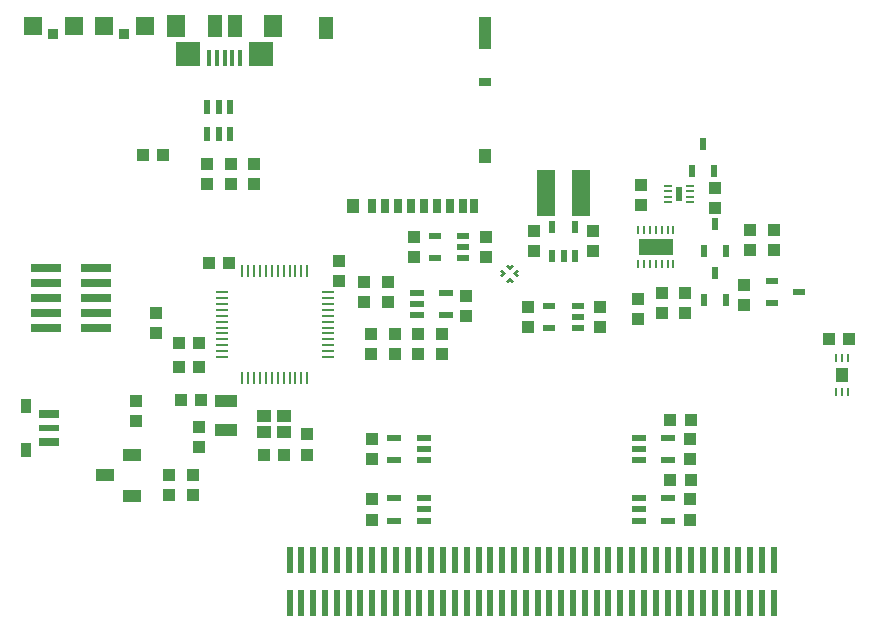
<source format=gtp>
G75*
G70*
%OFA0B0*%
%FSLAX24Y24*%
%IPPOS*%
%LPD*%
%AMOC8*
5,1,8,0,0,1.08239X$1,22.5*
%
%ADD10R,0.0512X0.0217*%
%ADD11R,0.0079X0.0394*%
%ADD12R,0.0394X0.0079*%
%ADD13R,0.0433X0.0394*%
%ADD14R,0.0394X0.0433*%
%ADD15R,0.0591X0.0591*%
%ADD16R,0.0354X0.0354*%
%ADD17R,0.0748X0.0433*%
%ADD18R,0.0472X0.0394*%
%ADD19R,0.0157X0.0531*%
%ADD20R,0.0630X0.0748*%
%ADD21R,0.0827X0.0787*%
%ADD22R,0.0472X0.0748*%
%ADD23R,0.0276X0.0472*%
%ADD24R,0.0394X0.0472*%
%ADD25R,0.0394X0.0315*%
%ADD26R,0.0394X0.1102*%
%ADD27R,0.0512X0.0748*%
%ADD28R,0.0276X0.0098*%
%ADD29R,0.0197X0.0472*%
%ADD30R,0.0098X0.0276*%
%ADD31R,0.1181X0.0551*%
%ADD32R,0.0394X0.0217*%
%ADD33R,0.0091X0.0193*%
%ADD34R,0.0102X0.0091*%
%ADD35R,0.0217X0.0394*%
%ADD36R,0.0400X0.0500*%
%ADD37R,0.0236X0.0472*%
%ADD38R,0.1000X0.0300*%
%ADD39R,0.0630X0.1535*%
%ADD40R,0.0236X0.0906*%
%ADD41R,0.0709X0.0295*%
%ADD42R,0.0709X0.0236*%
%ADD43R,0.0354X0.0512*%
%ADD44R,0.0630X0.0394*%
D10*
X013741Y004943D03*
X013741Y005691D03*
X014725Y005691D03*
X014725Y005317D03*
X014725Y004943D03*
X014725Y006951D03*
X014725Y007325D03*
X014725Y007699D03*
X013741Y007699D03*
X013741Y006951D03*
X014489Y011794D03*
X014489Y012168D03*
X014489Y012542D03*
X015473Y012542D03*
X015473Y011794D03*
X021891Y007699D03*
X021891Y007325D03*
X021891Y006951D03*
X022875Y006951D03*
X022875Y007699D03*
X022875Y005691D03*
X022875Y004943D03*
X021891Y004943D03*
X021891Y005317D03*
X021891Y005691D03*
D11*
X010847Y009707D03*
X010650Y009707D03*
X010454Y009707D03*
X010257Y009707D03*
X010060Y009707D03*
X009863Y009707D03*
X009666Y009707D03*
X009469Y009707D03*
X009272Y009707D03*
X009076Y009707D03*
X008879Y009707D03*
X008682Y009707D03*
X008682Y013251D03*
X008879Y013251D03*
X009076Y013251D03*
X009272Y013251D03*
X009469Y013251D03*
X009666Y013251D03*
X009863Y013251D03*
X010060Y013251D03*
X010257Y013251D03*
X010454Y013251D03*
X010650Y013251D03*
X010847Y013251D03*
D12*
X011536Y012562D03*
X011536Y012365D03*
X011536Y012168D03*
X011536Y011971D03*
X011536Y011774D03*
X011536Y011577D03*
X011536Y011380D03*
X011536Y011184D03*
X011536Y010987D03*
X011536Y010790D03*
X011536Y010593D03*
X011536Y010396D03*
X007993Y010396D03*
X007993Y010593D03*
X007993Y010790D03*
X007993Y010987D03*
X007993Y011184D03*
X007993Y011380D03*
X007993Y011577D03*
X007993Y011774D03*
X007993Y011971D03*
X007993Y012168D03*
X007993Y012365D03*
X007993Y012562D03*
D13*
X005808Y011853D03*
X005808Y011184D03*
X005139Y008920D03*
X005139Y008251D03*
X007245Y008073D03*
X007245Y007404D03*
X007028Y006479D03*
X007028Y005810D03*
X006241Y005810D03*
X006241Y006479D03*
X010828Y007148D03*
X010828Y007817D03*
X013013Y007660D03*
X013013Y006991D03*
X013013Y005652D03*
X013013Y004983D03*
X012973Y010495D03*
X012973Y011164D03*
X013761Y011164D03*
X014548Y011164D03*
X015335Y011164D03*
X016123Y011754D03*
X016123Y012424D03*
X016792Y013723D03*
X016792Y014392D03*
X018406Y014589D03*
X018406Y013920D03*
X020375Y013920D03*
X020375Y014589D03*
X021969Y015475D03*
X021969Y016144D03*
X024430Y016046D03*
X024430Y015377D03*
X025611Y014629D03*
X025611Y013959D03*
X026398Y013959D03*
X026398Y014629D03*
X025414Y012798D03*
X025414Y012129D03*
X023446Y011873D03*
X022658Y011873D03*
X021871Y011676D03*
X021871Y012345D03*
X022658Y012542D03*
X023446Y012542D03*
X020611Y012069D03*
X020611Y011400D03*
X018209Y011400D03*
X018209Y012069D03*
X015335Y010495D03*
X014548Y010495D03*
X013761Y010495D03*
X013524Y012227D03*
X012737Y012227D03*
X012737Y012896D03*
X013524Y012896D03*
X014391Y013723D03*
X014391Y014392D03*
X011910Y013605D03*
X011910Y012936D03*
X009076Y016164D03*
X009076Y016833D03*
X008288Y016833D03*
X007501Y016833D03*
X007501Y016164D03*
X008288Y016164D03*
X023603Y007660D03*
X023603Y006991D03*
X023603Y005652D03*
X023603Y004983D03*
D14*
X023623Y006302D03*
X022954Y006302D03*
X022954Y008310D03*
X023623Y008310D03*
X028249Y010987D03*
X028918Y010987D03*
X010080Y007148D03*
X009410Y007148D03*
X007304Y008959D03*
X006635Y008959D03*
X006576Y010081D03*
X007245Y010081D03*
X007245Y010869D03*
X006576Y010869D03*
X007560Y013546D03*
X008229Y013546D03*
X006024Y017129D03*
X005355Y017129D03*
D15*
X005434Y021420D03*
X004056Y021420D03*
X003072Y021420D03*
X001694Y021420D03*
D16*
X002383Y021164D03*
X004745Y021164D03*
D17*
X008150Y008940D03*
X008150Y007955D03*
D18*
X009410Y007916D03*
X010080Y007916D03*
X010080Y008428D03*
X009410Y008428D03*
D19*
X008603Y020367D03*
X008347Y020367D03*
X008091Y020367D03*
X007835Y020367D03*
X007580Y020367D03*
D20*
X006477Y021420D03*
X009706Y021420D03*
D21*
X009312Y020495D03*
X006871Y020495D03*
D22*
X007757Y021420D03*
X008426Y021420D03*
D23*
X012997Y015420D03*
X013430Y015420D03*
X013863Y015420D03*
X014296Y015420D03*
X014729Y015420D03*
X015162Y015420D03*
X015595Y015420D03*
X016028Y015420D03*
X016402Y015420D03*
D24*
X016776Y017113D03*
X012387Y015420D03*
D25*
X016776Y019554D03*
D26*
X016776Y021188D03*
D27*
X011461Y021365D03*
D28*
X022885Y016095D03*
X022885Y015918D03*
X022885Y015741D03*
X022885Y015564D03*
X023613Y015564D03*
X023613Y015741D03*
X023613Y015918D03*
X023613Y016095D03*
D29*
X023249Y015829D03*
D30*
X023052Y014629D03*
X022855Y014629D03*
X022658Y014629D03*
X022461Y014629D03*
X022265Y014629D03*
X022068Y014629D03*
X021871Y014629D03*
X021871Y013487D03*
X022068Y013487D03*
X022265Y013487D03*
X022461Y013487D03*
X022658Y013487D03*
X022855Y013487D03*
X023052Y013487D03*
X028485Y010367D03*
X028682Y010367D03*
X028879Y010367D03*
X028879Y009245D03*
X028682Y009245D03*
X028485Y009245D03*
D31*
X022461Y014058D03*
D32*
X019863Y012109D03*
X019863Y011735D03*
X019863Y011361D03*
X018918Y011361D03*
X018918Y012109D03*
X016044Y013684D03*
X016044Y014058D03*
X016044Y014432D03*
X015099Y014432D03*
X015099Y013684D03*
X026339Y012936D03*
X026339Y012188D03*
X027245Y012562D03*
D33*
G36*
X017780Y013129D02*
X017717Y013192D01*
X017852Y013327D01*
X017915Y013264D01*
X017780Y013129D01*
G37*
G36*
X017527Y012875D02*
X017464Y012938D01*
X017599Y013073D01*
X017662Y013010D01*
X017527Y012875D01*
G37*
G36*
X017346Y013056D02*
X017283Y013119D01*
X017418Y013254D01*
X017481Y013191D01*
X017346Y013056D01*
G37*
G36*
X017599Y013310D02*
X017536Y013373D01*
X017671Y013508D01*
X017734Y013445D01*
X017599Y013310D01*
G37*
D34*
G36*
X017535Y013374D02*
X017464Y013445D01*
X017527Y013508D01*
X017598Y013437D01*
X017535Y013374D01*
G37*
G36*
X017354Y013193D02*
X017283Y013264D01*
X017346Y013327D01*
X017417Y013256D01*
X017354Y013193D01*
G37*
G36*
X017671Y012875D02*
X017600Y012946D01*
X017663Y013009D01*
X017734Y012938D01*
X017671Y012875D01*
G37*
G36*
X017852Y013056D02*
X017781Y013127D01*
X017844Y013190D01*
X017915Y013119D01*
X017852Y013056D01*
G37*
D35*
X019017Y013782D03*
X019391Y013782D03*
X019765Y013782D03*
X019765Y014727D03*
X019017Y014727D03*
X023662Y016597D03*
X024410Y016597D03*
X024036Y017503D03*
X024430Y014825D03*
X024804Y013920D03*
X024056Y013920D03*
X024430Y013211D03*
X024804Y012306D03*
X024056Y012306D03*
D36*
X028682Y009806D03*
D37*
X008269Y017817D03*
X007894Y017817D03*
X007520Y017817D03*
X007520Y018723D03*
X007894Y018723D03*
X008269Y018723D03*
D38*
X003808Y013365D03*
X003808Y012865D03*
X003808Y012365D03*
X003808Y011865D03*
X003808Y011365D03*
X002138Y011365D03*
X002138Y011865D03*
X002138Y012365D03*
X002138Y012865D03*
X002138Y013365D03*
D39*
X018820Y015869D03*
X019961Y015869D03*
D40*
X020099Y003644D03*
X019706Y003644D03*
X019312Y003644D03*
X018918Y003644D03*
X018524Y003644D03*
X018131Y003644D03*
X017737Y003644D03*
X017343Y003644D03*
X016950Y003644D03*
X016556Y003644D03*
X016162Y003644D03*
X015769Y003644D03*
X015375Y003644D03*
X014981Y003644D03*
X014587Y003644D03*
X014194Y003644D03*
X013800Y003644D03*
X013406Y003644D03*
X013013Y003644D03*
X012619Y003644D03*
X012225Y003644D03*
X011831Y003644D03*
X011438Y003644D03*
X011044Y003644D03*
X010650Y003644D03*
X010257Y003644D03*
X010257Y002188D03*
X010650Y002188D03*
X011044Y002188D03*
X011438Y002188D03*
X011831Y002188D03*
X012225Y002188D03*
X012619Y002188D03*
X013013Y002188D03*
X013406Y002188D03*
X013800Y002188D03*
X014194Y002188D03*
X014587Y002188D03*
X014981Y002188D03*
X015375Y002188D03*
X015769Y002188D03*
X016162Y002188D03*
X016556Y002188D03*
X016950Y002188D03*
X017343Y002188D03*
X017737Y002188D03*
X018131Y002188D03*
X018524Y002188D03*
X018918Y002188D03*
X019312Y002188D03*
X019706Y002188D03*
X020099Y002188D03*
X020493Y002188D03*
X020887Y002188D03*
X021280Y002188D03*
X021674Y002188D03*
X022068Y002188D03*
X022461Y002188D03*
X022855Y002188D03*
X023249Y002188D03*
X023643Y002188D03*
X024036Y002188D03*
X024430Y002188D03*
X024824Y002188D03*
X025217Y002188D03*
X025611Y002188D03*
X026005Y002188D03*
X026398Y002188D03*
X026398Y003644D03*
X026005Y003644D03*
X025611Y003644D03*
X025217Y003644D03*
X024824Y003644D03*
X024430Y003644D03*
X024036Y003644D03*
X023643Y003644D03*
X023249Y003644D03*
X022855Y003644D03*
X022461Y003644D03*
X022068Y003644D03*
X021674Y003644D03*
X021280Y003644D03*
X020887Y003644D03*
X020493Y003644D03*
D41*
X002245Y007552D03*
X002245Y008516D03*
D42*
X002245Y008034D03*
D43*
X001477Y007306D03*
X001477Y008762D03*
D44*
X005001Y005770D03*
X004095Y006459D03*
X005001Y007148D03*
M02*

</source>
